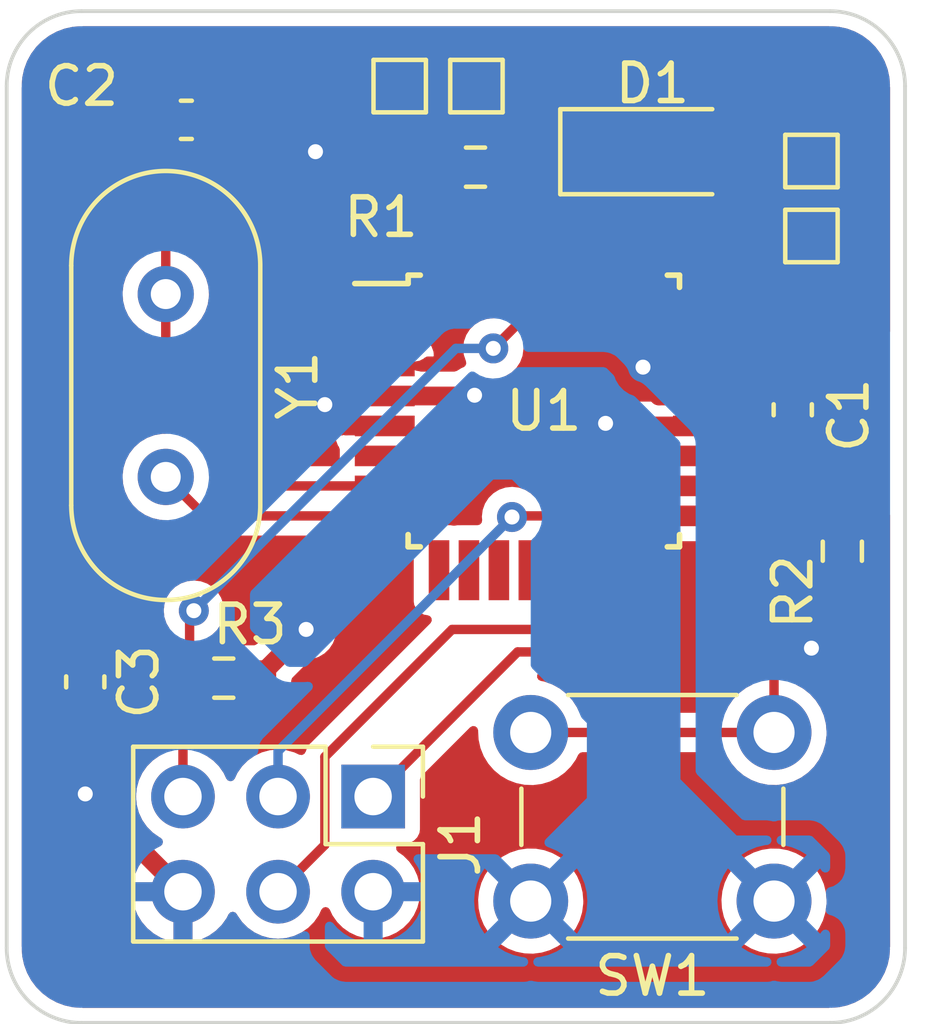
<source format=kicad_pcb>
(kicad_pcb (version 20211014) (generator pcbnew)
  (layers (0 "F.Cu" signal) (31 "B.Cu" signal) (34 "B.Paste" user) (35 "F.Paste" user) (36 "B.SilkS" user "B.Silkscreen") (37 "F.SilkS" user "F.Silkscreen") (38 "B.Mask" user) (39 "F.Mask" user) (44 "Edge.Cuts" user))
  (net 0 "")
  (net 1 "+5V")
  (net 2 "GND")
  (net 3 "XTAL1")
  (net 4 "XTAL2")
  (net 5 "Net-(D1-Pad1)")
  (net 6 "led_pin")
  (net 7 "MISO")
  (net 8 "SCK")
  (net 9 "MOSI")
  (net 10 "RST")
  (net 11 "button_pin")
  (footprint "Package_QFP:TQFP-32_7x7mm_P0.8mm" (layer "F.Cu") (at 127.35 103.67)
    (fp_text reference "U1" (at 0 0) (layer "F.SilkS"))
    (fp_text value "ATmega328P-A")
    (fp_line (start -3.625 -3.4) (end -5.05 -3.4) (layer "F.SilkS") (width 0.15))
    (fp_line (start 3.625 3.625) (end 3.3 3.625) (layer "F.SilkS") (width 0.15))
    (fp_line (start -3.625 -3.625) (end -3.3 -3.625) (layer "F.SilkS") (width 0.15))
    (fp_line (start -3.625 3.625) (end -3.625 3.3) (layer "F.SilkS") (width 0.15))
    (fp_line (start 3.625 3.625) (end 3.625 3.3) (layer "F.SilkS") (width 0.15))
    (fp_line (start -3.625 3.625) (end -3.3 3.625) (layer "F.SilkS") (width 0.15))
    (fp_line (start -3.625 -3.625) (end -3.625 -3.4) (layer "F.SilkS") (width 0.15))
    (fp_line (start 3.625 -3.625) (end 3.3 -3.625) (layer "F.SilkS") (width 0.15))
    (fp_line (start 3.625 -3.625) (end 3.625 -3.3) (layer "F.SilkS") (width 0.15))
    (pad "1" smd rect (at -4.25 -2.8) (size 1.6 0.55) (layers "F.Cu" "F.Paste" "F.Mask"))
    (pad "2" smd rect (at -4.25 -2) (size 1.6 0.55) (layers "F.Cu" "F.Paste" "F.Mask"))
    (pad "3" smd rect (at -4.25 -1.2) (size 1.6 0.55) (layers "F.Cu" "F.Paste" "F.Mask") (net 2 "GND"))
    (pad "4" smd rect (at -4.25 -0.4) (size 1.6 0.55) (layers "F.Cu" "F.Paste" "F.Mask") (net 1 "+5V"))
    (pad "5" smd rect (at -4.25 0.4) (size 1.6 0.55) (layers "F.Cu" "F.Paste" "F.Mask") (net 2 "GND"))
    (pad "6" smd rect (at -4.25 1.2) (size 1.6 0.55) (layers "F.Cu" "F.Paste" "F.Mask") (net 1 "+5V"))
    (pad "7" smd rect (at -4.25 2) (size 1.6 0.55) (layers "F.Cu" "F.Paste" "F.Mask") (net 3 "XTAL1"))
    (pad "8" smd rect (at -4.25 2.8) (size 1.6 0.55) (layers "F.Cu" "F.Paste" "F.Mask") (net 4 "XTAL2"))
    (pad "9" smd rect (at -2.8 4.25 90) (size 1.6 0.55) (layers "F.Cu" "F.Paste" "F.Mask"))
    (pad "10" smd rect (at -2 4.25 90) (size 1.6 0.55) (layers "F.Cu" "F.Paste" "F.Mask"))
    (pad "11" smd rect (at -1.2 4.25 90) (size 1.6 0.55) (layers "F.Cu" "F.Paste" "F.Mask"))
    (pad "12" smd rect (at -0.4 4.25 90) (size 1.6 0.55) (layers "F.Cu" "F.Paste" "F.Mask"))
    (pad "13" smd rect (at 0.4 4.25 90) (size 1.6 0.55) (layers "F.Cu" "F.Paste" "F.Mask"))
    (pad "14" smd rect (at 1.2 4.25 90) (size 1.6 0.55) (layers "F.Cu" "F.Paste" "F.Mask"))
    (pad "15" smd rect (at 2 4.25 90) (size 1.6 0.55) (layers "F.Cu" "F.Paste" "F.Mask") (net 9 "MOSI"))
    (pad "16" smd rect (at 2.8 4.25 90) (size 1.6 0.55) (layers "F.Cu" "F.Paste" "F.Mask") (net 7 "MISO"))
    (pad "17" smd rect (at 4.25 2.8) (size 1.6 0.55) (layers "F.Cu" "F.Paste" "F.Mask") (net 8 "SCK"))
    (pad "18" smd rect (at 4.25 2) (size 1.6 0.55) (layers "F.Cu" "F.Paste" "F.Mask") (net 1 "+5V"))
    (pad "19" smd rect (at 4.25 1.2) (size 1.6 0.55) (layers "F.Cu" "F.Paste" "F.Mask"))
    (pad "20" smd rect (at 4.25 0.4) (size 1.6 0.55) (layers "F.Cu" "F.Paste" "F.Mask") (net 1 "+5V"))
    (pad "21" smd rect (at 4.25 -0.4) (size 1.6 0.55) (layers "F.Cu" "F.Paste" "F.Mask") (net 2 "GND"))
    (pad "22" smd rect (at 4.25 -1.2) (size 1.6 0.55) (layers "F.Cu" "F.Paste" "F.Mask"))
    (pad "23" smd rect (at 4.25 -2) (size 1.6 0.55) (layers "F.Cu" "F.Paste" "F.Mask") (net 11 "button_pin"))
    (pad "24" smd rect (at 4.25 -2.8) (size 1.6 0.55) (layers "F.Cu" "F.Paste" "F.Mask") (net 6 "led_pin"))
    (pad "25" smd rect (at 2.8 -4.25 90) (size 1.6 0.55) (layers "F.Cu" "F.Paste" "F.Mask"))
    (pad "26" smd rect (at 2 -4.25 90) (size 1.6 0.55) (layers "F.Cu" "F.Paste" "F.Mask"))
    (pad "27" smd rect (at 1.2 -4.25 90) (size 1.6 0.55) (layers "F.Cu" "F.Paste" "F.Mask"))
    (pad "28" smd rect (at 0.4 -4.25 90) (size 1.6 0.55) (layers "F.Cu" "F.Paste" "F.Mask"))
    (pad "29" smd rect (at -0.4 -4.25 90) (size 1.6 0.55) (layers "F.Cu" "F.Paste" "F.Mask") (net 10 "RST"))
    (pad "30" smd rect (at -1.2 -4.25 90) (size 1.6 0.55) (layers "F.Cu" "F.Paste" "F.Mask"))
    (pad "31" smd rect (at -2 -4.25 90) (size 1.6 0.55) (layers "F.Cu" "F.Paste" "F.Mask"))
    (pad "32" smd rect (at -2.8 -4.25 90) (size 1.6 0.55) (layers "F.Cu" "F.Paste" "F.Mask"))
  )
  (footprint "Capacitor_SMD:C_0603_1608Metric_Pad1.08x0.95mm_HandSolder" (layer "F.Cu") (at 115.1 110.9 -90)
    (fp_text reference "C3" (at 0 -1.43 -90) (layer "F.SilkS"))
    (fp_text value "22pF")
    (fp_line (start -0.146267 -0.51) (end 0.146267 -0.51) (layer "F.SilkS") (width 0.12))
    (fp_line (start -0.146267 0.51) (end 0.146267 0.51) (layer "F.SilkS") (width 0.12))
    (pad "1" smd roundrect (at -0.8625 0 270) (size 1.075 0.95) (layers "F.Cu" "F.Paste" "F.Mask") (net 4 "XTAL2"))
    (pad "2" smd roundrect (at 0.8625 0 270) (size 1.075 0.95) (layers "F.Cu" "F.Paste" "F.Mask") (net 2 "GND"))
  )
  (footprint "Capacitor_SMD:C_0603_1608Metric_Pad1.08x0.95mm_HandSolder" (layer "F.Cu") (at 134 103.6375 90)
    (fp_text reference "C1" (at -0.146267 1.5 90) (layer "F.SilkS"))
    (fp_text value "0.047uF")
    (fp_line (start -0.146267 0.51) (end 0.146267 0.51) (layer "F.SilkS") (width 0.12))
    (fp_line (start -0.146267 -0.51) (end 0.146267 -0.51) (layer "F.SilkS") (width 0.12))
    (pad "1" smd roundrect (at -0.8625 0 90) (size 1.075 0.95) (layers "F.Cu" "F.Paste" "F.Mask") (net 1 "+5V"))
    (pad "2" smd roundrect (at 0.8625 0 90) (size 1.075 0.95) (layers "F.Cu" "F.Paste" "F.Mask") (net 2 "GND"))
  )
  (footprint "TestPoint:TestPoint_Pad_1.0x1.0mm" (layer "F.Cu") (at 134.5 99 -90)
    (fp_text reference "TP1" hide)
    (fp_text value "PC0")
    (fp_line (start -0.7 -0.7) (end 0.7 -0.7) (layer "F.SilkS") (width 0.12))
    (fp_line (start 0.7 0.7) (end -0.7 0.7) (layer "F.SilkS") (width 0.12))
    (fp_line (start 0.7 -0.7) (end 0.7 0.7) (layer "F.SilkS") (width 0.12))
    (fp_line (start -0.7 0.7) (end -0.7 -0.7) (layer "F.SilkS") (width 0.12))
    (pad "1" smd rect (at 0 0 270) (size 1 1) (layers "F.Cu" "F.Mask") (net 11 "button_pin"))
  )
  (footprint "Resistor_SMD:R_0603_1608Metric_Pad0.98x0.95mm_HandSolder" (layer "F.Cu") (at 118.8 110.8)
    (fp_text reference "R3" (at 0.7 -1.43) (layer "F.SilkS"))
    (fp_text value "10k")
    (fp_line (start -0.254724 0.5225) (end 0.254724 0.5225) (layer "F.SilkS") (width 0.12))
    (fp_line (start -0.254724 -0.5225) (end 0.254724 -0.5225) (layer "F.SilkS") (width 0.12))
    (pad "1" smd roundrect (at -0.9125 0) (size 0.975 0.95) (layers "F.Cu" "F.Paste" "F.Mask") (net 10 "RST"))
    (pad "2" smd roundrect (at 0.9125 0) (size 0.975 0.95) (layers "F.Cu" "F.Paste" "F.Mask") (net 1 "+5V"))
  )
  (footprint "Connector_PinHeader_2.54mm:PinHeader_2x03_P2.54mm_Vertical" (layer "F.Cu") (at 122.79 113.96 -90)
    (fp_text reference "J1" (at 1.27 -2.33 90) (layer "F.SilkS"))
    (fp_text value "AVR-ISP-6")
    (fp_line (start 1.27 1.27) (end 1.27 -1.33) (layer "F.SilkS") (width 0.12))
    (fp_line (start -1.33 1.27) (end -1.33 6.41) (layer "F.SilkS") (width 0.12))
    (fp_line (start 1.27 -1.33) (end 3.87 -1.33) (layer "F.SilkS") (width 0.12))
    (fp_line (start -1.33 1.27) (end 1.27 1.27) (layer "F.SilkS") (width 0.12))
    (fp_line (start -1.33 -1.33) (end 0 -1.33) (layer "F.SilkS") (width 0.12))
    (fp_line (start -1.33 0) (end -1.33 -1.33) (layer "F.SilkS") (width 0.12))
    (fp_line (start 3.87 -1.33) (end 3.87 6.41) (layer "F.SilkS") (width 0.12))
    (fp_line (start -1.33 6.41) (end 3.87 6.41) (layer "F.SilkS") (width 0.12))
    (pad "1" thru_hole rect (at 0 0 270) (size 1.7 1.7) (drill 1) (layers *.Cu *.Mask) (net 7 "MISO"))
    (pad "2" thru_hole oval (at 2.54 0 270) (size 1.7 1.7) (drill 1) (layers *.Cu *.Mask) (net 1 "+5V"))
    (pad "3" thru_hole oval (at 0 2.54 270) (size 1.7 1.7) (drill 1) (layers *.Cu *.Mask) (net 8 "SCK"))
    (pad "4" thru_hole oval (at 2.54 2.54 270) (size 1.7 1.7) (drill 1) (layers *.Cu *.Mask) (net 9 "MOSI"))
    (pad "5" thru_hole oval (at 0 5.08 270) (size 1.7 1.7) (drill 1) (layers *.Cu *.Mask) (net 10 "RST"))
    (pad "6" thru_hole oval (at 2.54 5.08 270) (size 1.7 1.7) (drill 1) (layers *.Cu *.Mask) (net 2 "GND"))
  )
  (footprint "Capacitor_SMD:C_0603_1608Metric_Pad1.08x0.95mm_HandSolder" (layer "F.Cu") (at 117.8 95.9 180)
    (fp_text reference "C2" (at 2.8 0.9 180) (layer "F.SilkS"))
    (fp_text value "22pF")
    (fp_line (start -0.146267 0.51) (end 0.146267 0.51) (layer "F.SilkS") (width 0.12))
    (fp_line (start -0.146267 -0.51) (end 0.146267 -0.51) (layer "F.SilkS") (width 0.12))
    (pad "1" smd roundrect (at -0.8625 0 180) (size 1.075 0.95) (layers "F.Cu" "F.Paste" "F.Mask") (net 2 "GND"))
    (pad "2" smd roundrect (at 0.8625 0 180) (size 1.075 0.95) (layers "F.Cu" "F.Paste" "F.Mask") (net 3 "XTAL1"))
  )
  (footprint "TestPoint:TestPoint_Pad_1.0x1.0mm" (layer "F.Cu") (at 123.5 95)
    (fp_text reference "TP4" hide)
    (fp_text value "GND")
    (fp_line (start 0.7 0.7) (end -0.7 0.7) (layer "F.SilkS") (width 0.12))
    (fp_line (start -0.7 0.7) (end -0.7 -0.7) (layer "F.SilkS") (width 0.12))
    (fp_line (start 0.7 -0.7) (end 0.7 0.7) (layer "F.SilkS") (width 0.12))
    (fp_line (start -0.7 -0.7) (end 0.7 -0.7) (layer "F.SilkS") (width 0.12))
    (pad "1" smd rect (at 0 0) (size 1 1) (layers "F.Cu" "F.Mask") (net 2 "GND"))
  )
  (footprint "Resistor_SMD:R_0603_1608Metric_Pad0.98x0.95mm_HandSolder" (layer "F.Cu") (at 135.325 107.4125 90)
    (fp_text reference "R2" (at -1.0875 -1.325 90) (layer "F.SilkS"))
    (fp_text value "10k Ohm")
    (fp_line (start -0.254724 -0.5225) (end 0.254724 -0.5225) (layer "F.SilkS") (width 0.12))
    (fp_line (start -0.254724 0.5225) (end 0.254724 0.5225) (layer "F.SilkS") (width 0.12))
    (pad "1" smd roundrect (at -0.9125 0 90) (size 0.975 0.95) (layers "F.Cu" "F.Paste" "F.Mask") (net 2 "GND"))
    (pad "2" smd roundrect (at 0.9125 0 90) (size 0.975 0.95) (layers "F.Cu" "F.Paste" "F.Mask") (net 11 "button_pin"))
  )
  (footprint "Resistor_SMD:R_0603_1608Metric_Pad0.98x0.95mm_HandSolder" (layer "F.Cu") (at 125.525 97.1625)
    (fp_text reference "R1" (at -2.525 1.3375) (layer "F.SilkS"))
    (fp_text value "330 Ohm")
    (fp_line (start -0.254724 0.5225) (end 0.254724 0.5225) (layer "F.SilkS") (width 0.12))
    (fp_line (start -0.254724 -0.5225) (end 0.254724 -0.5225) (layer "F.SilkS") (width 0.12))
    (pad "1" smd roundrect (at -0.9125 0) (size 0.975 0.95) (layers "F.Cu" "F.Paste" "F.Mask") (net 2 "GND"))
    (pad "2" smd roundrect (at 0.9125 0) (size 0.975 0.95) (layers "F.Cu" "F.Paste" "F.Mask") (net 5 "Net-(D1-Pad1)"))
  )
  (footprint "Button_Switch_THT:SW_PUSH_6mm_H7.3mm" (layer "F.Cu") (at 133.5 116.75 180)
    (fp_text reference "SW1" (at 3.25 -2) (layer "F.SilkS"))
    (fp_text value "SW_Push")
    (fp_line (start -0.25 1.5) (end -0.25 3) (layer "F.SilkS") (width 0.12))
    (fp_line (start 5.5 -1) (end 1 -1) (layer "F.SilkS") (width 0.12))
    (fp_line (start 1 5.5) (end 5.5 5.5) (layer "F.SilkS") (width 0.12))
    (fp_line (start 6.75 3) (end 6.75 1.5) (layer "F.SilkS") (width 0.12))
    (pad "1" thru_hole circle (at 0 0 270) (size 2 2) (drill 1.1) (layers *.Cu *.Mask) (net 1 "+5V"))
    (pad "1" thru_hole circle (at 6.5 0 270) (size 2 2) (drill 1.1) (layers *.Cu *.Mask) (net 1 "+5V"))
    (pad "2" thru_hole circle (at 0 4.5 270) (size 2 2) (drill 1.1) (layers *.Cu *.Mask) (net 11 "button_pin"))
    (pad "2" thru_hole circle (at 6.5 4.5 270) (size 2 2) (drill 1.1) (layers *.Cu *.Mask) (net 11 "button_pin"))
  )
  (footprint "LED_SMD:LED_1206_3216Metric_Pad1.42x1.75mm_HandSolder" (layer "F.Cu") (at 130.25 96.75)
    (fp_text reference "D1" (at 0 -1.82) (layer "F.SilkS"))
    (fp_text value "LED")
    (fp_line (start -2.46 -1.135) (end -2.46 1.135) (layer "F.SilkS") (width 0.12))
    (fp_line (start -2.46 1.135) (end 1.6 1.135) (layer "F.SilkS") (width 0.12))
    (fp_line (start 1.6 -1.135) (end -2.46 -1.135) (layer "F.SilkS") (width 0.12))
    (pad "1" smd roundrect (at -1.4875 0) (size 1.425 1.75) (layers "F.Cu" "F.Paste" "F.Mask") (roundrect_rratio 0.1754392982) (net 5 "Net-(D1-Pad1)"))
    (pad "2" smd roundrect (at 1.4875 0) (size 1.425 1.75) (layers "F.Cu" "F.Paste" "F.Mask") (roundrect_rratio 0.1754392982) (net 6 "led_pin"))
  )
  (footprint "TestPoint:TestPoint_Pad_1.0x1.0mm" (layer "F.Cu") (at 125.55 95)
    (fp_text reference "TP3" hide)
    (fp_text value "RST")
    (fp_line (start -0.7 0.7) (end -0.7 -0.7) (layer "F.SilkS") (width 0.12))
    (fp_line (start 0.7 -0.7) (end 0.7 0.7) (layer "F.SilkS") (width 0.12))
    (fp_line (start 0.7 0.7) (end -0.7 0.7) (layer "F.SilkS") (width 0.12))
    (fp_line (start -0.7 -0.7) (end 0.7 -0.7) (layer "F.SilkS") (width 0.12))
    (pad "1" smd rect (at 0 0) (size 1 1) (layers "F.Cu" "F.Mask") (net 10 "RST"))
  )
  (footprint "TestPoint:TestPoint_Pad_1.0x1.0mm" (layer "F.Cu") (at 134.5 97 -90)
    (fp_text reference "TP2" hide)
    (fp_text value "PC1")
    (fp_line (start 0.7 0.7) (end -0.7 0.7) (layer "F.SilkS") (width 0.12))
    (fp_line (start 0.7 -0.7) (end 0.7 0.7) (layer "F.SilkS") (width 0.12))
    (fp_line (start -0.7 0.7) (end -0.7 -0.7) (layer "F.SilkS") (width 0.12))
    (fp_line (start -0.7 -0.7) (end 0.7 -0.7) (layer "F.SilkS") (width 0.12))
    (pad "1" smd rect (at 0 0 270) (size 1 1) (layers "F.Cu" "F.Mask") (net 6 "led_pin"))
  )
  (footprint "Crystal:Crystal_HC49-4H_Vertical" (layer "F.Cu") (at 117.25 100.55 -90)
    (fp_text reference "Y1" (at 2.44 -3.525 90) (layer "F.SilkS"))
    (fp_text value "16MHz")
    (fp_line (start -0.76 2.525) (end 5.64 2.525) (layer "F.SilkS") (width 0.12))
    (fp_line (start -0.76 -2.525) (end 5.64 -2.525) (layer "F.SilkS") (width 0.12))
    (fp_arc (start -0.76 2.525) (mid -3.285 0) (end -0.76 -2.525) (layer "F.SilkS") (width 0.12))
    (fp_arc (start 5.64 -2.525) (mid 8.165 0) (end 5.64 2.525) (layer "F.SilkS") (width 0.12))
    (pad "1" thru_hole circle (at 0 0 270) (size 1.5 1.5) (drill 0.8) (layers *.Cu *.Mask) (net 3 "XTAL1"))
    (pad "2" thru_hole circle (at 4.88 0 270) (size 1.5 1.5) (drill 0.8) (layers *.Cu *.Mask) (net 4 "XTAL2"))
  )
  (gr_line (start 113 95) (end 113 118) (layer "Edge.Cuts") (width 0.1))
  (gr_line (start 115 120) (end 135 120) (layer "Edge.Cuts") (width 0.1))
  (gr_arc (start 137 118) (mid 136.414214 119.414214) (end 135 120) (layer "Edge.Cuts") (width 0.1))
  (gr_line (start 137 95) (end 137 118) (layer "Edge.Cuts") (width 0.1))
  (gr_arc (start 115 120) (mid 113.585786 119.414214) (end 113 118) (layer "Edge.Cuts") (width 0.1))
  (gr_line (start 135 93) (end 115 93) (layer "Edge.Cuts") (width 0.1))
  (gr_arc (start 135 93) (mid 136.414214 93.585786) (end 137 95) (layer "Edge.Cuts") (width 0.1))
  (gr_arc (start 113 95) (mid 113.585786 93.585786) (end 115 93) (layer "Edge.Cuts") (width 0.1))
  (segment (start 119.7125 110.8) (end 119.7125 110.7875) (width 0.5) (layer "F.Cu") (net 1))
  (segment (start 131.6 104.07) (end 129.07 104.07) (width 0.5) (layer "F.Cu") (net 1))
  (segment (start 131.6 105.67) (end 130.67 105.67) (width 0.5) (layer "F.Cu") (net 1))
  (segment (start 125.48 103.27) (end 125.5 103.25) (width 0.5) (layer "F.Cu") (net 1))
  (segment (start 129.07 104.07) (end 129 104) (width 0.5) (layer "F.Cu") (net 1))
  (segment (start 123.1 103.27) (end 125.48 103.27) (width 0.5) (layer "F.Cu") (net 1))
  (segment (start 119.7125 110.7875) (end 121 109.5) (width 0.5) (layer "F.Cu") (net 1))
  (segment (start 130.67 105.67) (end 129 104) (width 0.5) (layer "F.Cu") (net 1))
  (segment (start 124.13 104.87) (end 125.5 103.5) (width 0.5) (layer "F.Cu") (net 1))
  (segment (start 133.57 104.07) (end 134 104.5) (width 0.5) (layer "F.Cu") (net 1))
  (segment (start 123.1 104.87) (end 124.13 104.87) (width 0.5) (layer "F.Cu") (net 1))
  (segment (start 131.6 104.07) (end 133.57 104.07) (width 0.5) (layer "F.Cu") (net 1))
  (segment (start 125.5 103.5) (end 125.5 103.25) (width 0.5) (layer "F.Cu") (net 1))
  (via (at 121 109.5) (size 0.8) (drill 0.4) (layers "F.Cu" "B.Cu") (net 1))
  (via (at 125.5 103.25) (size 0.8) (drill 0.4) (layers "F.Cu" "B.Cu") (net 1))
  (via (at 129 104) (size 0.8) (drill 0.4) (layers "F.Cu" "B.Cu") (net 1))
  (segment (start 124.6125 97.1625) (end 121.6625 97.1625) (width 0.5) (layer "F.Cu") (net 2))
  (segment (start 121.5 102.895) (end 121.925 102.47) (width 0.5) (layer "F.Cu") (net 2))
  (segment (start 131.6 103.27) (end 130.425 103.27) (width 0.5) (layer "F.Cu") (net 2))
  (segment (start 130 102.845) (end 130 102.5) (width 0.5) (layer "F.Cu") (net 2))
  (segment (start 115.1 111.7625) (end 115.1 113.89) (width 0.5) (layer "F.Cu") (net 2))
  (segment (start 121.6625 97.1625) (end 121.25 96.75) (width 0.5) (layer "F.Cu") (net 2))
  (segment (start 122.07 104.07) (end 121.5 103.5) (width 0.5) (layer "F.Cu") (net 2))
  (segment (start 121.925 102.47) (end 123.1 102.47) (width 0.5) (layer "F.Cu") (net 2))
  (segment (start 130.425 103.27) (end 130 102.845) (width 0.5) (layer "F.Cu") (net 2))
  (segment (start 115.1 113.89) (end 117.71 116.5) (width 0.5) (layer "F.Cu") (net 2))
  (segment (start 135.325 108.325) (end 135.325 109.175) (width 0.25) (layer "F.Cu") (net 2))
  (segment (start 120.4 95.9) (end 121.25 96.75) (width 0.5) (layer "F.Cu") (net 2))
  (segment (start 133.505 103.27) (end 134 102.775) (width 0.5) (layer "F.Cu") (net 2))
  (segment (start 123.1 104.07) (end 122.07 104.07) (width 0.5) (layer "F.Cu") (net 2))
  (segment (start 135.325 109.175) (end 134.5 110) (width 0.25) (layer "F.Cu") (net 2))
  (segment (start 118.6625 95.9) (end 120.4 95.9) (width 0.5) (layer "F.Cu") (net 2))
  (segment (start 121.5 103.5) (end 121.5 102.895) (width 0.5) (layer "F.Cu") (net 2))
  (segment (start 131.6 103.27) (end 133.505 103.27) (width 0.5) (layer "F.Cu") (net 2))
  (segment (start 121 97) (end 121.25 96.75) (width 0.5) (layer "F.Cu") (net 2))
  (via (at 115.1 113.89) (size 0.8) (drill 0.4) (layers "F.Cu" "B.Cu") (net 2))
  (via (at 121.5 103.5) (size 0.8) (drill 0.4) (layers "F.Cu" "B.Cu") (net 2))
  (via (at 130 102.5) (size 0.8) (drill 0.4) (layers "F.Cu" "B.Cu") (net 2))
  (via (at 121.25 96.75) (size 0.8) (drill 0.4) (layers "F.Cu" "B.Cu") (net 2))
  (via (at 134.5 110) (size 0.8) (drill 0.4) (layers "F.Cu" "B.Cu") (net 2))
  (segment (start 117.25 96.0425) (end 117.25 100.55) (width 0.25) (layer "F.Cu") (net 3))
  (segment (start 123.1 105.67) (end 119.67 105.67) (width 0.25) (layer "F.Cu") (net 3))
  (segment (start 119.67 105.67) (end 117.2 103.2) (width 0.25) (layer "F.Cu") (net 3))
  (segment (start 117.2 103.2) (end 117.25 103.15) (width 0.25) (layer "F.Cu") (net 3))
  (segment (start 117.25 103.15) (end 117.25 100.55) (width 0.25) (layer "F.Cu") (net 3))
  (segment (start 118.29 106.47) (end 117.25 105.43) (width 0.25) (layer "F.Cu") (net 4))
  (segment (start 123.1 106.47) (end 118.29 106.47) (width 0.25) (layer "F.Cu") (net 4))
  (segment (start 115.1 109.66) (end 118.29 106.47) (width 0.25) (layer "F.Cu") (net 4))
  (segment (start 126.4375 97.1625) (end 128.35 97.1625) (width 0.5) (layer "F.Cu") (net 5))
  (segment (start 128.35 97.1625) (end 128.7625 96.75) (width 0.5) (layer "F.Cu") (net 5))
  (segment (start 131.6 98.9) (end 133.5 97) (width 0.5) (layer "F.Cu") (net 6))
  (segment (start 131.6 96.8875) (end 131.7375 96.75) (width 0.5) (layer "F.Cu") (net 6))
  (segment (start 133.5 97) (end 134.5 97) (width 0.5) (layer "F.Cu") (net 6))
  (segment (start 131.6 98.9) (end 131.6 96.8875) (width 0.5) (layer "F.Cu") (net 6))
  (segment (start 131.6 100.87) (end 131.6 98.9) (width 0.5) (layer "F.Cu") (net 6))
  (segment (start 130.15 107.92) (end 130.15 108.75) (width 0.25) (layer "F.Cu") (net 7))
  (segment (start 126.65 110.1) (end 122.79 113.96) (width 0.25) (layer "F.Cu") (net 7))
  (segment (start 128.8 110.1) (end 126.65 110.1) (width 0.25) (layer "F.Cu") (net 7))
  (segment (start 130.15 108.75) (end 128.8 110.1) (width 0.25) (layer "F.Cu") (net 7))
  (segment (start 126.5 106.5) (end 126.53 106.47) (width 0.25) (layer "F.Cu") (net 8))
  (segment (start 126.53 106.47) (end 131.6 106.47) (width 0.25) (layer "F.Cu") (net 8))
  (via (at 126.5 106.5) (size 0.8) (drill 0.4) (layers "F.Cu" "B.Cu") (net 8))
  (segment (start 120.25 113.96) (end 120.25 112.75) (width 0.25) (layer "B.Cu") (net 8))
  (segment (start 120.25 112.75) (end 126.5 106.5) (width 0.25) (layer "B.Cu") (net 8))
  (segment (start 121.5 112.9) (end 121.5 115.25) (width 0.25) (layer "F.Cu") (net 9))
  (segment (start 129.35 108.85) (end 128.7 109.5) (width 0.25) (layer "F.Cu") (net 9))
  (segment (start 121.5 115.25) (end 120.25 116.5) (width 0.25) (layer "F.Cu") (net 9))
  (segment (start 124.9 109.5) (end 121.5 112.9) (width 0.25) (layer "F.Cu") (net 9))
  (segment (start 129.35 107.92) (end 129.35 108.85) (width 0.25) (layer "F.Cu") (net 9))
  (segment (start 128.7 109.5) (end 124.9 109.5) (width 0.25) (layer "F.Cu") (net 9))
  (segment (start 117.8875 110.8) (end 117.8875 109.1125) (width 0.25) (layer "F.Cu") (net 10))
  (segment (start 117.71 110.9775) (end 117.8875 110.8) (width 0.25) (layer "F.Cu") (net 10))
  (segment (start 125.55 98.02) (end 125.55 95) (width 0.25) (layer "F.Cu") (net 10))
  (segment (start 126 102) (end 126.95 101.05) (width 0.25) (layer "F.Cu") (net 10))
  (segment (start 126.95 98.37) (end 126.875 98.295) (width 0.25) (layer "F.Cu") (net 10))
  (segment (start 117.8875 109.1125) (end 118 109) (width 0.25) (layer "F.Cu") (net 10))
  (segment (start 126.875 98.295) (end 125.825 98.295) (width 0.25) (layer "F.Cu") (net 10))
  (segment (start 126.95 99.42) (end 126.95 98.37) (width 0.25) (layer "F.Cu") (net 10))
  (segment (start 126.95 101.05) (end 126.95 99.42) (width 0.25) (layer "F.Cu") (net 10))
  (segment (start 117.71 113.96) (end 117.71 110.9775) (width 0.25) (layer "F.Cu") (net 10))
  (segment (start 125.825 98.295) (end 125.55 98.02) (width 0.25) (layer "F.Cu") (net 10))
  (via (at 118 109) (size 0.8) (drill 0.4) (layers "F.Cu" "B.Cu") (net 10))
  (via (at 126 102) (size 0.8) (drill 0.4) (layers "F.Cu" "B.Cu") (net 10))
  (segment (start 125 102) (end 126 102) (width 0.25) (layer "B.Cu") (net 10))
  (segment (start 118 109) (end 125 102) (width 0.25) (layer "B.Cu") (net 10))
  (segment (start 133.5 112.25) (end 133.5 108.325) (width 0.25) (layer "F.Cu") (net 11))
  (segment (start 134.5 99) (end 134.5 100.825) (width 0.25) (layer "F.Cu") (net 11))
  (segment (start 134.1625 101.6625) (end 135.6625 101.6625) (width 0.25) (layer "F.Cu") (net 11))
  (segment (start 133.5 112.25) (end 127 112.25) (width 0.25) (layer "F.Cu") (net 11))
  (segment (start 136 106) (end 135.5 106.5) (width 0.25) (layer "F.Cu") (net 11))
  (segment (start 135.5 106.5) (end 135.325 106.5) (width 0.25) (layer "F.Cu") (net 11))
  (segment (start 133.6625 101.6625) (end 134.1625 101.6625) (width 0.25) (layer "F.Cu") (net 11))
  (segment (start 135.6625 101.6625) (end 136 102) (width 0.25) (layer "F.Cu") (net 11))
  (segment (start 133.5 108.325) (end 135.325 106.5) (width 0.25) (layer "F.Cu") (net 11))
  (segment (start 134.5 100.825) (end 133.6625 101.6625) (width 0.25) (layer "F.Cu") (net 11))
  (segment (start 136 102) (end 136 106) (width 0.25) (layer "F.Cu") (net 11))
  (segment (start 131.6075 101.6625) (end 133.6625 101.6625) (width 0.25) (layer "F.Cu") (net 11))
  (segment (start 131.6 101.67) (end 131.6075 101.6625) (width 0.25) (layer "F.Cu") (net 11))
  (zone (net 2) (net_name "GND") (layer "F.Cu") (name "GND") (priority 2) (connect_pads (clearance 0.4)) (min_thickness 0.254) (fill yes (thermal_gap 0.508) (thermal_bridge_width 0.508))
    (polygon (pts (xy 137 120) (xy 113 120) (xy 113 93) (xy 137 93)))
  )
  (zone (net 1) (net_name "+5V") (layer "B.Cu") (name "5V") (priority 1) (connect_pads (clearance 0.4)) (min_thickness 0.254) (fill yes (thermal_gap 0.508) (thermal_bridge_width 0.508))
    (polygon (pts (xy 131 104.5) (xy 131 113.5) (xy 132.5 115) (xy 134.5 115) (xy 135 115.5) (xy 135 118) (xy 134.5 118.5) (xy 122 118.5) (xy 121.5 118) (xy 121.5 116) (xy 122 115.5) (xy 127 115.5) (xy 128.5 114) (xy 128.5 112) (xy 127 110.5) (xy 127 106) (xy 126.5 105.5) (xy 126 105.5) (xy 121 110.5) (xy 120.5 110.5) (xy 119.5 109.5) (xy 119.5 108.5) (xy 125.5 102.5) (xy 129 102.5)))
  )
  (zone (net 2) (net_name "GND") (layer "B.Cu") (name "GND") (connect_pads (clearance 0.4)) (min_thickness 0.254) (fill yes (thermal_gap 0.508) (thermal_bridge_width 0.508))
    (polygon (pts (xy 137 120) (xy 113 120) (xy 113 93) (xy 137 93)))
  )
)
</source>
